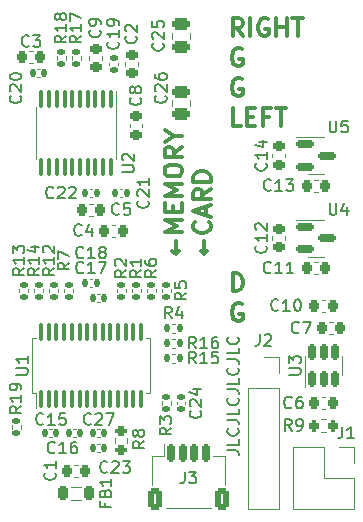
<source format=gto>
G04 #@! TF.GenerationSoftware,KiCad,Pcbnew,6.0.2+dfsg-1*
G04 #@! TF.CreationDate,2023-04-26T20:37:37-05:00*
G04 #@! TF.ProjectId,dac-attack,6461632d-6174-4746-9163-6b2e6b696361,2023a*
G04 #@! TF.SameCoordinates,Original*
G04 #@! TF.FileFunction,Legend,Top*
G04 #@! TF.FilePolarity,Positive*
%FSLAX46Y46*%
G04 Gerber Fmt 4.6, Leading zero omitted, Abs format (unit mm)*
G04 Created by KiCad (PCBNEW 6.0.2+dfsg-1) date 2023-04-26 20:37:37*
%MOMM*%
%LPD*%
G01*
G04 APERTURE LIST*
G04 Aperture macros list*
%AMRoundRect*
0 Rectangle with rounded corners*
0 $1 Rounding radius*
0 $2 $3 $4 $5 $6 $7 $8 $9 X,Y pos of 4 corners*
0 Add a 4 corners polygon primitive as box body*
4,1,4,$2,$3,$4,$5,$6,$7,$8,$9,$2,$3,0*
0 Add four circle primitives for the rounded corners*
1,1,$1+$1,$2,$3*
1,1,$1+$1,$4,$5*
1,1,$1+$1,$6,$7*
1,1,$1+$1,$8,$9*
0 Add four rect primitives between the rounded corners*
20,1,$1+$1,$2,$3,$4,$5,0*
20,1,$1+$1,$4,$5,$6,$7,0*
20,1,$1+$1,$6,$7,$8,$9,0*
20,1,$1+$1,$8,$9,$2,$3,0*%
G04 Aperture macros list end*
%ADD10C,0.150000*%
%ADD11C,0.300000*%
%ADD12C,0.120000*%
%ADD13RoundRect,0.135000X0.185000X-0.135000X0.185000X0.135000X-0.185000X0.135000X-0.185000X-0.135000X0*%
%ADD14RoundRect,0.140000X0.140000X0.170000X-0.140000X0.170000X-0.140000X-0.170000X0.140000X-0.170000X0*%
%ADD15RoundRect,0.200000X0.200000X0.275000X-0.200000X0.275000X-0.200000X-0.275000X0.200000X-0.275000X0*%
%ADD16RoundRect,0.135000X-0.135000X-0.185000X0.135000X-0.185000X0.135000X0.185000X-0.135000X0.185000X0*%
%ADD17RoundRect,0.225000X0.225000X0.250000X-0.225000X0.250000X-0.225000X-0.250000X0.225000X-0.250000X0*%
%ADD18RoundRect,0.225000X-0.225000X-0.250000X0.225000X-0.250000X0.225000X0.250000X-0.225000X0.250000X0*%
%ADD19RoundRect,0.140000X-0.140000X-0.170000X0.140000X-0.170000X0.140000X0.170000X-0.140000X0.170000X0*%
%ADD20RoundRect,0.225000X-0.250000X0.225000X-0.250000X-0.225000X0.250000X-0.225000X0.250000X0.225000X0*%
%ADD21RoundRect,0.150000X-0.150000X-0.625000X0.150000X-0.625000X0.150000X0.625000X-0.150000X0.625000X0*%
%ADD22RoundRect,0.250000X-0.350000X-0.650000X0.350000X-0.650000X0.350000X0.650000X-0.350000X0.650000X0*%
%ADD23RoundRect,0.100000X-0.100000X0.637500X-0.100000X-0.637500X0.100000X-0.637500X0.100000X0.637500X0*%
%ADD24RoundRect,0.225000X0.250000X-0.225000X0.250000X0.225000X-0.250000X0.225000X-0.250000X-0.225000X0*%
%ADD25RoundRect,0.140000X0.170000X-0.140000X0.170000X0.140000X-0.170000X0.140000X-0.170000X-0.140000X0*%
%ADD26RoundRect,0.150000X-0.587500X-0.150000X0.587500X-0.150000X0.587500X0.150000X-0.587500X0.150000X0*%
%ADD27R,1.700000X1.700000*%
%ADD28O,1.700000X1.700000*%
%ADD29RoundRect,0.135000X-0.185000X0.135000X-0.185000X-0.135000X0.185000X-0.135000X0.185000X0.135000X0*%
%ADD30RoundRect,0.200000X0.275000X-0.200000X0.275000X0.200000X-0.275000X0.200000X-0.275000X-0.200000X0*%
%ADD31RoundRect,0.218750X0.218750X0.381250X-0.218750X0.381250X-0.218750X-0.381250X0.218750X-0.381250X0*%
%ADD32RoundRect,0.150000X0.150000X-0.512500X0.150000X0.512500X-0.150000X0.512500X-0.150000X-0.512500X0*%
%ADD33RoundRect,0.250000X-0.475000X0.250000X-0.475000X-0.250000X0.475000X-0.250000X0.475000X0.250000X0*%
%ADD34RoundRect,0.135000X0.135000X0.185000X-0.135000X0.185000X-0.135000X-0.185000X0.135000X-0.185000X0*%
%ADD35RoundRect,0.100000X0.100000X-0.637500X0.100000X0.637500X-0.100000X0.637500X-0.100000X-0.637500X0*%
%ADD36RoundRect,0.250000X0.475000X-0.250000X0.475000X0.250000X-0.475000X0.250000X-0.475000X-0.250000X0*%
%ADD37C,1.854200*%
G04 APERTURE END LIST*
D10*
X92162380Y-110664047D02*
X92876666Y-110664047D01*
X93019523Y-110711666D01*
X93114761Y-110806904D01*
X93162380Y-110949761D01*
X93162380Y-111045000D01*
X93162380Y-109711666D02*
X93162380Y-110187857D01*
X92162380Y-110187857D01*
X93067142Y-108806904D02*
X93114761Y-108854523D01*
X93162380Y-108997380D01*
X93162380Y-109092619D01*
X93114761Y-109235476D01*
X93019523Y-109330714D01*
X92924285Y-109378333D01*
X92733809Y-109425952D01*
X92590952Y-109425952D01*
X92400476Y-109378333D01*
X92305238Y-109330714D01*
X92210000Y-109235476D01*
X92162380Y-109092619D01*
X92162380Y-108997380D01*
X92210000Y-108854523D01*
X92257619Y-108806904D01*
X92162380Y-108092619D02*
X92876666Y-108092619D01*
X93019523Y-108140238D01*
X93114761Y-108235476D01*
X93162380Y-108378333D01*
X93162380Y-108473571D01*
X93162380Y-107140238D02*
X93162380Y-107616428D01*
X92162380Y-107616428D01*
X93067142Y-106235476D02*
X93114761Y-106283095D01*
X93162380Y-106425952D01*
X93162380Y-106521190D01*
X93114761Y-106664047D01*
X93019523Y-106759285D01*
X92924285Y-106806904D01*
X92733809Y-106854523D01*
X92590952Y-106854523D01*
X92400476Y-106806904D01*
X92305238Y-106759285D01*
X92210000Y-106664047D01*
X92162380Y-106521190D01*
X92162380Y-106425952D01*
X92210000Y-106283095D01*
X92257619Y-106235476D01*
X92162380Y-105521190D02*
X92876666Y-105521190D01*
X93019523Y-105568809D01*
X93114761Y-105664047D01*
X93162380Y-105806904D01*
X93162380Y-105902142D01*
X93162380Y-104568809D02*
X93162380Y-105045000D01*
X92162380Y-105045000D01*
X93067142Y-103664047D02*
X93114761Y-103711666D01*
X93162380Y-103854523D01*
X93162380Y-103949761D01*
X93114761Y-104092619D01*
X93019523Y-104187857D01*
X92924285Y-104235476D01*
X92733809Y-104283095D01*
X92590952Y-104283095D01*
X92400476Y-104235476D01*
X92305238Y-104187857D01*
X92210000Y-104092619D01*
X92162380Y-103949761D01*
X92162380Y-103854523D01*
X92210000Y-103711666D01*
X92257619Y-103664047D01*
X92162380Y-102949761D02*
X92876666Y-102949761D01*
X93019523Y-102997380D01*
X93114761Y-103092619D01*
X93162380Y-103235476D01*
X93162380Y-103330714D01*
X93162380Y-101997380D02*
X93162380Y-102473571D01*
X92162380Y-102473571D01*
X93067142Y-101092619D02*
X93114761Y-101140238D01*
X93162380Y-101283095D01*
X93162380Y-101378333D01*
X93114761Y-101521190D01*
X93019523Y-101616428D01*
X92924285Y-101664047D01*
X92733809Y-101711666D01*
X92590952Y-101711666D01*
X92400476Y-101664047D01*
X92305238Y-101616428D01*
X92210000Y-101521190D01*
X92162380Y-101378333D01*
X92162380Y-101283095D01*
X92210000Y-101140238D01*
X92257619Y-101092619D01*
D11*
X87799642Y-92920000D02*
X87799642Y-94062857D01*
X88085357Y-93777142D02*
X87799642Y-94062857D01*
X87513928Y-93777142D01*
X88371071Y-92205714D02*
X86871071Y-92205714D01*
X87942500Y-91705714D01*
X86871071Y-91205714D01*
X88371071Y-91205714D01*
X87585357Y-90491428D02*
X87585357Y-89991428D01*
X88371071Y-89777142D02*
X88371071Y-90491428D01*
X86871071Y-90491428D01*
X86871071Y-89777142D01*
X88371071Y-89134285D02*
X86871071Y-89134285D01*
X87942500Y-88634285D01*
X86871071Y-88134285D01*
X88371071Y-88134285D01*
X86871071Y-87134285D02*
X86871071Y-86848571D01*
X86942500Y-86705714D01*
X87085357Y-86562857D01*
X87371071Y-86491428D01*
X87871071Y-86491428D01*
X88156785Y-86562857D01*
X88299642Y-86705714D01*
X88371071Y-86848571D01*
X88371071Y-87134285D01*
X88299642Y-87277142D01*
X88156785Y-87420000D01*
X87871071Y-87491428D01*
X87371071Y-87491428D01*
X87085357Y-87420000D01*
X86942500Y-87277142D01*
X86871071Y-87134285D01*
X88371071Y-84991428D02*
X87656785Y-85491428D01*
X88371071Y-85848571D02*
X86871071Y-85848571D01*
X86871071Y-85277142D01*
X86942500Y-85134285D01*
X87013928Y-85062857D01*
X87156785Y-84991428D01*
X87371071Y-84991428D01*
X87513928Y-85062857D01*
X87585357Y-85134285D01*
X87656785Y-85277142D01*
X87656785Y-85848571D01*
X87656785Y-84062857D02*
X88371071Y-84062857D01*
X86871071Y-84562857D02*
X87656785Y-84062857D01*
X86871071Y-83562857D01*
X90214642Y-92920000D02*
X90214642Y-94062857D01*
X90500357Y-93777142D02*
X90214642Y-94062857D01*
X89928928Y-93777142D01*
X90643214Y-91348571D02*
X90714642Y-91420000D01*
X90786071Y-91634285D01*
X90786071Y-91777142D01*
X90714642Y-91991428D01*
X90571785Y-92134285D01*
X90428928Y-92205714D01*
X90143214Y-92277142D01*
X89928928Y-92277142D01*
X89643214Y-92205714D01*
X89500357Y-92134285D01*
X89357500Y-91991428D01*
X89286071Y-91777142D01*
X89286071Y-91634285D01*
X89357500Y-91420000D01*
X89428928Y-91348571D01*
X90357500Y-90777142D02*
X90357500Y-90062857D01*
X90786071Y-90920000D02*
X89286071Y-90420000D01*
X90786071Y-89920000D01*
X90786071Y-88562857D02*
X90071785Y-89062857D01*
X90786071Y-89420000D02*
X89286071Y-89420000D01*
X89286071Y-88848571D01*
X89357500Y-88705714D01*
X89428928Y-88634285D01*
X89571785Y-88562857D01*
X89786071Y-88562857D01*
X89928928Y-88634285D01*
X90000357Y-88705714D01*
X90071785Y-88848571D01*
X90071785Y-89420000D01*
X90786071Y-87920000D02*
X89286071Y-87920000D01*
X89286071Y-87562857D01*
X89357500Y-87348571D01*
X89500357Y-87205714D01*
X89643214Y-87134285D01*
X89928928Y-87062857D01*
X90143214Y-87062857D01*
X90428928Y-87134285D01*
X90571785Y-87205714D01*
X90714642Y-87348571D01*
X90786071Y-87562857D01*
X90786071Y-87920000D01*
X93484285Y-75608571D02*
X92984285Y-74894285D01*
X92627142Y-75608571D02*
X92627142Y-74108571D01*
X93198571Y-74108571D01*
X93341428Y-74180000D01*
X93412857Y-74251428D01*
X93484285Y-74394285D01*
X93484285Y-74608571D01*
X93412857Y-74751428D01*
X93341428Y-74822857D01*
X93198571Y-74894285D01*
X92627142Y-74894285D01*
X94127142Y-75608571D02*
X94127142Y-74108571D01*
X95627142Y-74180000D02*
X95484285Y-74108571D01*
X95270000Y-74108571D01*
X95055714Y-74180000D01*
X94912857Y-74322857D01*
X94841428Y-74465714D01*
X94770000Y-74751428D01*
X94770000Y-74965714D01*
X94841428Y-75251428D01*
X94912857Y-75394285D01*
X95055714Y-75537142D01*
X95270000Y-75608571D01*
X95412857Y-75608571D01*
X95627142Y-75537142D01*
X95698571Y-75465714D01*
X95698571Y-74965714D01*
X95412857Y-74965714D01*
X96341428Y-75608571D02*
X96341428Y-74108571D01*
X96341428Y-74822857D02*
X97198571Y-74822857D01*
X97198571Y-75608571D02*
X97198571Y-74108571D01*
X97698571Y-74108571D02*
X98555714Y-74108571D01*
X98127142Y-75608571D02*
X98127142Y-74108571D01*
X93412857Y-76720000D02*
X93270000Y-76648571D01*
X93055714Y-76648571D01*
X92841428Y-76720000D01*
X92698571Y-76862857D01*
X92627142Y-77005714D01*
X92555714Y-77291428D01*
X92555714Y-77505714D01*
X92627142Y-77791428D01*
X92698571Y-77934285D01*
X92841428Y-78077142D01*
X93055714Y-78148571D01*
X93198571Y-78148571D01*
X93412857Y-78077142D01*
X93484285Y-78005714D01*
X93484285Y-77505714D01*
X93198571Y-77505714D01*
X93341428Y-83228571D02*
X92627142Y-83228571D01*
X92627142Y-81728571D01*
X93841428Y-82442857D02*
X94341428Y-82442857D01*
X94555714Y-83228571D02*
X93841428Y-83228571D01*
X93841428Y-81728571D01*
X94555714Y-81728571D01*
X95698571Y-82442857D02*
X95198571Y-82442857D01*
X95198571Y-83228571D02*
X95198571Y-81728571D01*
X95912857Y-81728571D01*
X96270000Y-81728571D02*
X97127142Y-81728571D01*
X96698571Y-83228571D02*
X96698571Y-81728571D01*
X93412857Y-79260000D02*
X93270000Y-79188571D01*
X93055714Y-79188571D01*
X92841428Y-79260000D01*
X92698571Y-79402857D01*
X92627142Y-79545714D01*
X92555714Y-79831428D01*
X92555714Y-80045714D01*
X92627142Y-80331428D01*
X92698571Y-80474285D01*
X92841428Y-80617142D01*
X93055714Y-80688571D01*
X93198571Y-80688571D01*
X93412857Y-80617142D01*
X93484285Y-80545714D01*
X93484285Y-80045714D01*
X93198571Y-80045714D01*
X93412857Y-98310000D02*
X93270000Y-98238571D01*
X93055714Y-98238571D01*
X92841428Y-98310000D01*
X92698571Y-98452857D01*
X92627142Y-98595714D01*
X92555714Y-98881428D01*
X92555714Y-99095714D01*
X92627142Y-99381428D01*
X92698571Y-99524285D01*
X92841428Y-99667142D01*
X93055714Y-99738571D01*
X93198571Y-99738571D01*
X93412857Y-99667142D01*
X93484285Y-99595714D01*
X93484285Y-99095714D01*
X93198571Y-99095714D01*
X92627142Y-97198571D02*
X92627142Y-95698571D01*
X92984285Y-95698571D01*
X93198571Y-95770000D01*
X93341428Y-95912857D01*
X93412857Y-96055714D01*
X93484285Y-96341428D01*
X93484285Y-96555714D01*
X93412857Y-96841428D01*
X93341428Y-96984285D01*
X93198571Y-97127142D01*
X92984285Y-97198571D01*
X92627142Y-97198571D01*
D10*
X88717380Y-97321666D02*
X88241190Y-97655000D01*
X88717380Y-97893095D02*
X87717380Y-97893095D01*
X87717380Y-97512142D01*
X87765000Y-97416904D01*
X87812619Y-97369285D01*
X87907857Y-97321666D01*
X88050714Y-97321666D01*
X88145952Y-97369285D01*
X88193571Y-97416904D01*
X88241190Y-97512142D01*
X88241190Y-97893095D01*
X87717380Y-96416904D02*
X87717380Y-96893095D01*
X88193571Y-96940714D01*
X88145952Y-96893095D01*
X88098333Y-96797857D01*
X88098333Y-96559761D01*
X88145952Y-96464523D01*
X88193571Y-96416904D01*
X88288809Y-96369285D01*
X88526904Y-96369285D01*
X88622142Y-96416904D01*
X88669761Y-96464523D01*
X88717380Y-96559761D01*
X88717380Y-96797857D01*
X88669761Y-96893095D01*
X88622142Y-96940714D01*
X80002142Y-95607142D02*
X79954523Y-95654761D01*
X79811666Y-95702380D01*
X79716428Y-95702380D01*
X79573571Y-95654761D01*
X79478333Y-95559523D01*
X79430714Y-95464285D01*
X79383095Y-95273809D01*
X79383095Y-95130952D01*
X79430714Y-94940476D01*
X79478333Y-94845238D01*
X79573571Y-94750000D01*
X79716428Y-94702380D01*
X79811666Y-94702380D01*
X79954523Y-94750000D01*
X80002142Y-94797619D01*
X80954523Y-95702380D02*
X80383095Y-95702380D01*
X80668809Y-95702380D02*
X80668809Y-94702380D01*
X80573571Y-94845238D01*
X80478333Y-94940476D01*
X80383095Y-94988095D01*
X81287857Y-94702380D02*
X81954523Y-94702380D01*
X81525952Y-95702380D01*
X97623333Y-109037380D02*
X97290000Y-108561190D01*
X97051904Y-109037380D02*
X97051904Y-108037380D01*
X97432857Y-108037380D01*
X97528095Y-108085000D01*
X97575714Y-108132619D01*
X97623333Y-108227857D01*
X97623333Y-108370714D01*
X97575714Y-108465952D01*
X97528095Y-108513571D01*
X97432857Y-108561190D01*
X97051904Y-108561190D01*
X98099523Y-109037380D02*
X98290000Y-109037380D01*
X98385238Y-108989761D01*
X98432857Y-108942142D01*
X98528095Y-108799285D01*
X98575714Y-108608809D01*
X98575714Y-108227857D01*
X98528095Y-108132619D01*
X98480476Y-108085000D01*
X98385238Y-108037380D01*
X98194761Y-108037380D01*
X98099523Y-108085000D01*
X98051904Y-108132619D01*
X98004285Y-108227857D01*
X98004285Y-108465952D01*
X98051904Y-108561190D01*
X98099523Y-108608809D01*
X98194761Y-108656428D01*
X98385238Y-108656428D01*
X98480476Y-108608809D01*
X98528095Y-108561190D01*
X98575714Y-108465952D01*
X89527142Y-102052380D02*
X89193809Y-101576190D01*
X88955714Y-102052380D02*
X88955714Y-101052380D01*
X89336666Y-101052380D01*
X89431904Y-101100000D01*
X89479523Y-101147619D01*
X89527142Y-101242857D01*
X89527142Y-101385714D01*
X89479523Y-101480952D01*
X89431904Y-101528571D01*
X89336666Y-101576190D01*
X88955714Y-101576190D01*
X90479523Y-102052380D02*
X89908095Y-102052380D01*
X90193809Y-102052380D02*
X90193809Y-101052380D01*
X90098571Y-101195238D01*
X90003333Y-101290476D01*
X89908095Y-101338095D01*
X91336666Y-101052380D02*
X91146190Y-101052380D01*
X91050952Y-101100000D01*
X91003333Y-101147619D01*
X90908095Y-101290476D01*
X90860476Y-101480952D01*
X90860476Y-101861904D01*
X90908095Y-101957142D01*
X90955714Y-102004761D01*
X91050952Y-102052380D01*
X91241428Y-102052380D01*
X91336666Y-102004761D01*
X91384285Y-101957142D01*
X91431904Y-101861904D01*
X91431904Y-101623809D01*
X91384285Y-101528571D01*
X91336666Y-101480952D01*
X91241428Y-101433333D01*
X91050952Y-101433333D01*
X90955714Y-101480952D01*
X90908095Y-101528571D01*
X90860476Y-101623809D01*
X95877142Y-95607142D02*
X95829523Y-95654761D01*
X95686666Y-95702380D01*
X95591428Y-95702380D01*
X95448571Y-95654761D01*
X95353333Y-95559523D01*
X95305714Y-95464285D01*
X95258095Y-95273809D01*
X95258095Y-95130952D01*
X95305714Y-94940476D01*
X95353333Y-94845238D01*
X95448571Y-94750000D01*
X95591428Y-94702380D01*
X95686666Y-94702380D01*
X95829523Y-94750000D01*
X95877142Y-94797619D01*
X96829523Y-95702380D02*
X96258095Y-95702380D01*
X96543809Y-95702380D02*
X96543809Y-94702380D01*
X96448571Y-94845238D01*
X96353333Y-94940476D01*
X96258095Y-94988095D01*
X97781904Y-95702380D02*
X97210476Y-95702380D01*
X97496190Y-95702380D02*
X97496190Y-94702380D01*
X97400952Y-94845238D01*
X97305714Y-94940476D01*
X97210476Y-94988095D01*
X95877142Y-88622142D02*
X95829523Y-88669761D01*
X95686666Y-88717380D01*
X95591428Y-88717380D01*
X95448571Y-88669761D01*
X95353333Y-88574523D01*
X95305714Y-88479285D01*
X95258095Y-88288809D01*
X95258095Y-88145952D01*
X95305714Y-87955476D01*
X95353333Y-87860238D01*
X95448571Y-87765000D01*
X95591428Y-87717380D01*
X95686666Y-87717380D01*
X95829523Y-87765000D01*
X95877142Y-87812619D01*
X96829523Y-88717380D02*
X96258095Y-88717380D01*
X96543809Y-88717380D02*
X96543809Y-87717380D01*
X96448571Y-87860238D01*
X96353333Y-87955476D01*
X96258095Y-88003095D01*
X97162857Y-87717380D02*
X97781904Y-87717380D01*
X97448571Y-88098333D01*
X97591428Y-88098333D01*
X97686666Y-88145952D01*
X97734285Y-88193571D01*
X97781904Y-88288809D01*
X97781904Y-88526904D01*
X97734285Y-88622142D01*
X97686666Y-88669761D01*
X97591428Y-88717380D01*
X97305714Y-88717380D01*
X97210476Y-88669761D01*
X97162857Y-88622142D01*
X82034142Y-112498142D02*
X81986523Y-112545761D01*
X81843666Y-112593380D01*
X81748428Y-112593380D01*
X81605571Y-112545761D01*
X81510333Y-112450523D01*
X81462714Y-112355285D01*
X81415095Y-112164809D01*
X81415095Y-112021952D01*
X81462714Y-111831476D01*
X81510333Y-111736238D01*
X81605571Y-111641000D01*
X81748428Y-111593380D01*
X81843666Y-111593380D01*
X81986523Y-111641000D01*
X82034142Y-111688619D01*
X82415095Y-111688619D02*
X82462714Y-111641000D01*
X82557952Y-111593380D01*
X82796047Y-111593380D01*
X82891285Y-111641000D01*
X82938904Y-111688619D01*
X82986523Y-111783857D01*
X82986523Y-111879095D01*
X82938904Y-112021952D01*
X82367476Y-112593380D01*
X82986523Y-112593380D01*
X83319857Y-111593380D02*
X83938904Y-111593380D01*
X83605571Y-111974333D01*
X83748428Y-111974333D01*
X83843666Y-112021952D01*
X83891285Y-112069571D01*
X83938904Y-112164809D01*
X83938904Y-112402904D01*
X83891285Y-112498142D01*
X83843666Y-112545761D01*
X83748428Y-112593380D01*
X83462714Y-112593380D01*
X83367476Y-112545761D01*
X83319857Y-112498142D01*
X83018333Y-90654142D02*
X82970714Y-90701761D01*
X82827857Y-90749380D01*
X82732619Y-90749380D01*
X82589761Y-90701761D01*
X82494523Y-90606523D01*
X82446904Y-90511285D01*
X82399285Y-90320809D01*
X82399285Y-90177952D01*
X82446904Y-89987476D01*
X82494523Y-89892238D01*
X82589761Y-89797000D01*
X82732619Y-89749380D01*
X82827857Y-89749380D01*
X82970714Y-89797000D01*
X83018333Y-89844619D01*
X83923095Y-89749380D02*
X83446904Y-89749380D01*
X83399285Y-90225571D01*
X83446904Y-90177952D01*
X83542142Y-90130333D01*
X83780238Y-90130333D01*
X83875476Y-90177952D01*
X83923095Y-90225571D01*
X83970714Y-90320809D01*
X83970714Y-90558904D01*
X83923095Y-90654142D01*
X83875476Y-90701761D01*
X83780238Y-90749380D01*
X83542142Y-90749380D01*
X83446904Y-90701761D01*
X83399285Y-90654142D01*
X75001380Y-95257857D02*
X74525190Y-95591190D01*
X75001380Y-95829285D02*
X74001380Y-95829285D01*
X74001380Y-95448333D01*
X74049000Y-95353095D01*
X74096619Y-95305476D01*
X74191857Y-95257857D01*
X74334714Y-95257857D01*
X74429952Y-95305476D01*
X74477571Y-95353095D01*
X74525190Y-95448333D01*
X74525190Y-95829285D01*
X75001380Y-94305476D02*
X75001380Y-94876904D01*
X75001380Y-94591190D02*
X74001380Y-94591190D01*
X74144238Y-94686428D01*
X74239476Y-94781666D01*
X74287095Y-94876904D01*
X74001380Y-93972142D02*
X74001380Y-93353095D01*
X74382333Y-93686428D01*
X74382333Y-93543571D01*
X74429952Y-93448333D01*
X74477571Y-93400714D01*
X74572809Y-93353095D01*
X74810904Y-93353095D01*
X74906142Y-93400714D01*
X74953761Y-93448333D01*
X75001380Y-93543571D01*
X75001380Y-93829285D01*
X74953761Y-93924523D01*
X74906142Y-93972142D01*
X84907380Y-95416666D02*
X84431190Y-95750000D01*
X84907380Y-95988095D02*
X83907380Y-95988095D01*
X83907380Y-95607142D01*
X83955000Y-95511904D01*
X84002619Y-95464285D01*
X84097857Y-95416666D01*
X84240714Y-95416666D01*
X84335952Y-95464285D01*
X84383571Y-95511904D01*
X84431190Y-95607142D01*
X84431190Y-95988095D01*
X84907380Y-94464285D02*
X84907380Y-95035714D01*
X84907380Y-94750000D02*
X83907380Y-94750000D01*
X84050238Y-94845238D01*
X84145476Y-94940476D01*
X84193095Y-95035714D01*
X78557380Y-75572857D02*
X78081190Y-75906190D01*
X78557380Y-76144285D02*
X77557380Y-76144285D01*
X77557380Y-75763333D01*
X77605000Y-75668095D01*
X77652619Y-75620476D01*
X77747857Y-75572857D01*
X77890714Y-75572857D01*
X77985952Y-75620476D01*
X78033571Y-75668095D01*
X78081190Y-75763333D01*
X78081190Y-76144285D01*
X78557380Y-74620476D02*
X78557380Y-75191904D01*
X78557380Y-74906190D02*
X77557380Y-74906190D01*
X77700238Y-75001428D01*
X77795476Y-75096666D01*
X77843095Y-75191904D01*
X77985952Y-74049047D02*
X77938333Y-74144285D01*
X77890714Y-74191904D01*
X77795476Y-74239523D01*
X77747857Y-74239523D01*
X77652619Y-74191904D01*
X77605000Y-74144285D01*
X77557380Y-74049047D01*
X77557380Y-73858571D01*
X77605000Y-73763333D01*
X77652619Y-73715714D01*
X77747857Y-73668095D01*
X77795476Y-73668095D01*
X77890714Y-73715714D01*
X77938333Y-73763333D01*
X77985952Y-73858571D01*
X77985952Y-74049047D01*
X78033571Y-74144285D01*
X78081190Y-74191904D01*
X78176428Y-74239523D01*
X78366904Y-74239523D01*
X78462142Y-74191904D01*
X78509761Y-74144285D01*
X78557380Y-74049047D01*
X78557380Y-73858571D01*
X78509761Y-73763333D01*
X78462142Y-73715714D01*
X78366904Y-73668095D01*
X78176428Y-73668095D01*
X78081190Y-73715714D01*
X78033571Y-73763333D01*
X77985952Y-73858571D01*
X77462142Y-89257142D02*
X77414523Y-89304761D01*
X77271666Y-89352380D01*
X77176428Y-89352380D01*
X77033571Y-89304761D01*
X76938333Y-89209523D01*
X76890714Y-89114285D01*
X76843095Y-88923809D01*
X76843095Y-88780952D01*
X76890714Y-88590476D01*
X76938333Y-88495238D01*
X77033571Y-88400000D01*
X77176428Y-88352380D01*
X77271666Y-88352380D01*
X77414523Y-88400000D01*
X77462142Y-88447619D01*
X77843095Y-88447619D02*
X77890714Y-88400000D01*
X77985952Y-88352380D01*
X78224047Y-88352380D01*
X78319285Y-88400000D01*
X78366904Y-88447619D01*
X78414523Y-88542857D01*
X78414523Y-88638095D01*
X78366904Y-88780952D01*
X77795476Y-89352380D01*
X78414523Y-89352380D01*
X78795476Y-88447619D02*
X78843095Y-88400000D01*
X78938333Y-88352380D01*
X79176428Y-88352380D01*
X79271666Y-88400000D01*
X79319285Y-88447619D01*
X79366904Y-88542857D01*
X79366904Y-88638095D01*
X79319285Y-88780952D01*
X78747857Y-89352380D01*
X79366904Y-89352380D01*
X84812142Y-80811666D02*
X84859761Y-80859285D01*
X84907380Y-81002142D01*
X84907380Y-81097380D01*
X84859761Y-81240238D01*
X84764523Y-81335476D01*
X84669285Y-81383095D01*
X84478809Y-81430714D01*
X84335952Y-81430714D01*
X84145476Y-81383095D01*
X84050238Y-81335476D01*
X83955000Y-81240238D01*
X83907380Y-81097380D01*
X83907380Y-81002142D01*
X83955000Y-80859285D01*
X84002619Y-80811666D01*
X84335952Y-80240238D02*
X84288333Y-80335476D01*
X84240714Y-80383095D01*
X84145476Y-80430714D01*
X84097857Y-80430714D01*
X84002619Y-80383095D01*
X83955000Y-80335476D01*
X83907380Y-80240238D01*
X83907380Y-80049761D01*
X83955000Y-79954523D01*
X84002619Y-79906904D01*
X84097857Y-79859285D01*
X84145476Y-79859285D01*
X84240714Y-79906904D01*
X84288333Y-79954523D01*
X84335952Y-80049761D01*
X84335952Y-80240238D01*
X84383571Y-80335476D01*
X84431190Y-80383095D01*
X84526428Y-80430714D01*
X84716904Y-80430714D01*
X84812142Y-80383095D01*
X84859761Y-80335476D01*
X84907380Y-80240238D01*
X84907380Y-80049761D01*
X84859761Y-79954523D01*
X84812142Y-79906904D01*
X84716904Y-79859285D01*
X84526428Y-79859285D01*
X84431190Y-79906904D01*
X84383571Y-79954523D01*
X84335952Y-80049761D01*
X87447380Y-108751666D02*
X86971190Y-109085000D01*
X87447380Y-109323095D02*
X86447380Y-109323095D01*
X86447380Y-108942142D01*
X86495000Y-108846904D01*
X86542619Y-108799285D01*
X86637857Y-108751666D01*
X86780714Y-108751666D01*
X86875952Y-108799285D01*
X86923571Y-108846904D01*
X86971190Y-108942142D01*
X86971190Y-109323095D01*
X86447380Y-108418333D02*
X86447380Y-107799285D01*
X86828333Y-108132619D01*
X86828333Y-107989761D01*
X86875952Y-107894523D01*
X86923571Y-107846904D01*
X87018809Y-107799285D01*
X87256904Y-107799285D01*
X87352142Y-107846904D01*
X87399761Y-107894523D01*
X87447380Y-107989761D01*
X87447380Y-108275476D01*
X87399761Y-108370714D01*
X87352142Y-108418333D01*
X98258333Y-100687142D02*
X98210714Y-100734761D01*
X98067857Y-100782380D01*
X97972619Y-100782380D01*
X97829761Y-100734761D01*
X97734523Y-100639523D01*
X97686904Y-100544285D01*
X97639285Y-100353809D01*
X97639285Y-100210952D01*
X97686904Y-100020476D01*
X97734523Y-99925238D01*
X97829761Y-99830000D01*
X97972619Y-99782380D01*
X98067857Y-99782380D01*
X98210714Y-99830000D01*
X98258333Y-99877619D01*
X98591666Y-99782380D02*
X99258333Y-99782380D01*
X98829761Y-100782380D01*
X88566666Y-112482380D02*
X88566666Y-113196666D01*
X88519047Y-113339523D01*
X88423809Y-113434761D01*
X88280952Y-113482380D01*
X88185714Y-113482380D01*
X88947619Y-112482380D02*
X89566666Y-112482380D01*
X89233333Y-112863333D01*
X89376190Y-112863333D01*
X89471428Y-112910952D01*
X89519047Y-112958571D01*
X89566666Y-113053809D01*
X89566666Y-113291904D01*
X89519047Y-113387142D01*
X89471428Y-113434761D01*
X89376190Y-113482380D01*
X89090476Y-113482380D01*
X88995238Y-113434761D01*
X88947619Y-113387142D01*
X80002142Y-94337142D02*
X79954523Y-94384761D01*
X79811666Y-94432380D01*
X79716428Y-94432380D01*
X79573571Y-94384761D01*
X79478333Y-94289523D01*
X79430714Y-94194285D01*
X79383095Y-94003809D01*
X79383095Y-93860952D01*
X79430714Y-93670476D01*
X79478333Y-93575238D01*
X79573571Y-93480000D01*
X79716428Y-93432380D01*
X79811666Y-93432380D01*
X79954523Y-93480000D01*
X80002142Y-93527619D01*
X80954523Y-94432380D02*
X80383095Y-94432380D01*
X80668809Y-94432380D02*
X80668809Y-93432380D01*
X80573571Y-93575238D01*
X80478333Y-93670476D01*
X80383095Y-93718095D01*
X81525952Y-93860952D02*
X81430714Y-93813333D01*
X81383095Y-93765714D01*
X81335476Y-93670476D01*
X81335476Y-93622857D01*
X81383095Y-93527619D01*
X81430714Y-93480000D01*
X81525952Y-93432380D01*
X81716428Y-93432380D01*
X81811666Y-93480000D01*
X81859285Y-93527619D01*
X81906904Y-93622857D01*
X81906904Y-93670476D01*
X81859285Y-93765714D01*
X81811666Y-93813333D01*
X81716428Y-93860952D01*
X81525952Y-93860952D01*
X81430714Y-93908571D01*
X81383095Y-93956190D01*
X81335476Y-94051428D01*
X81335476Y-94241904D01*
X81383095Y-94337142D01*
X81430714Y-94384761D01*
X81525952Y-94432380D01*
X81716428Y-94432380D01*
X81811666Y-94384761D01*
X81859285Y-94337142D01*
X81906904Y-94241904D01*
X81906904Y-94051428D01*
X81859285Y-93956190D01*
X81811666Y-93908571D01*
X81716428Y-93860952D01*
X83272380Y-87121904D02*
X84081904Y-87121904D01*
X84177142Y-87074285D01*
X84224761Y-87026666D01*
X84272380Y-86931428D01*
X84272380Y-86740952D01*
X84224761Y-86645714D01*
X84177142Y-86598095D01*
X84081904Y-86550476D01*
X83272380Y-86550476D01*
X83367619Y-86121904D02*
X83320000Y-86074285D01*
X83272380Y-85979047D01*
X83272380Y-85740952D01*
X83320000Y-85645714D01*
X83367619Y-85598095D01*
X83462857Y-85550476D01*
X83558095Y-85550476D01*
X83700952Y-85598095D01*
X84272380Y-86169523D01*
X84272380Y-85550476D01*
X77573142Y-112561666D02*
X77620761Y-112609285D01*
X77668380Y-112752142D01*
X77668380Y-112847380D01*
X77620761Y-112990238D01*
X77525523Y-113085476D01*
X77430285Y-113133095D01*
X77239809Y-113180714D01*
X77096952Y-113180714D01*
X76906476Y-113133095D01*
X76811238Y-113085476D01*
X76716000Y-112990238D01*
X76668380Y-112847380D01*
X76668380Y-112752142D01*
X76716000Y-112609285D01*
X76763619Y-112561666D01*
X77668380Y-111609285D02*
X77668380Y-112180714D01*
X77668380Y-111895000D02*
X76668380Y-111895000D01*
X76811238Y-111990238D01*
X76906476Y-112085476D01*
X76954095Y-112180714D01*
X95447142Y-93352857D02*
X95494761Y-93400476D01*
X95542380Y-93543333D01*
X95542380Y-93638571D01*
X95494761Y-93781428D01*
X95399523Y-93876666D01*
X95304285Y-93924285D01*
X95113809Y-93971904D01*
X94970952Y-93971904D01*
X94780476Y-93924285D01*
X94685238Y-93876666D01*
X94590000Y-93781428D01*
X94542380Y-93638571D01*
X94542380Y-93543333D01*
X94590000Y-93400476D01*
X94637619Y-93352857D01*
X95542380Y-92400476D02*
X95542380Y-92971904D01*
X95542380Y-92686190D02*
X94542380Y-92686190D01*
X94685238Y-92781428D01*
X94780476Y-92876666D01*
X94828095Y-92971904D01*
X94637619Y-92019523D02*
X94590000Y-91971904D01*
X94542380Y-91876666D01*
X94542380Y-91638571D01*
X94590000Y-91543333D01*
X94637619Y-91495714D01*
X94732857Y-91448095D01*
X94828095Y-91448095D01*
X94970952Y-91495714D01*
X95542380Y-92067142D01*
X95542380Y-91448095D01*
X82907142Y-76067857D02*
X82954761Y-76115476D01*
X83002380Y-76258333D01*
X83002380Y-76353571D01*
X82954761Y-76496428D01*
X82859523Y-76591666D01*
X82764285Y-76639285D01*
X82573809Y-76686904D01*
X82430952Y-76686904D01*
X82240476Y-76639285D01*
X82145238Y-76591666D01*
X82050000Y-76496428D01*
X82002380Y-76353571D01*
X82002380Y-76258333D01*
X82050000Y-76115476D01*
X82097619Y-76067857D01*
X83002380Y-75115476D02*
X83002380Y-75686904D01*
X83002380Y-75401190D02*
X82002380Y-75401190D01*
X82145238Y-75496428D01*
X82240476Y-75591666D01*
X82288095Y-75686904D01*
X83002380Y-74639285D02*
X83002380Y-74448809D01*
X82954761Y-74353571D01*
X82907142Y-74305952D01*
X82764285Y-74210714D01*
X82573809Y-74163095D01*
X82192857Y-74163095D01*
X82097619Y-74210714D01*
X82050000Y-74258333D01*
X82002380Y-74353571D01*
X82002380Y-74544047D01*
X82050000Y-74639285D01*
X82097619Y-74686904D01*
X82192857Y-74734523D01*
X82430952Y-74734523D01*
X82526190Y-74686904D01*
X82573809Y-74639285D01*
X82621428Y-74544047D01*
X82621428Y-74353571D01*
X82573809Y-74258333D01*
X82526190Y-74210714D01*
X82430952Y-74163095D01*
X100838095Y-82764380D02*
X100838095Y-83573904D01*
X100885714Y-83669142D01*
X100933333Y-83716761D01*
X101028571Y-83764380D01*
X101219047Y-83764380D01*
X101314285Y-83716761D01*
X101361904Y-83669142D01*
X101409523Y-83573904D01*
X101409523Y-82764380D01*
X102361904Y-82764380D02*
X101885714Y-82764380D01*
X101838095Y-83240571D01*
X101885714Y-83192952D01*
X101980952Y-83145333D01*
X102219047Y-83145333D01*
X102314285Y-83192952D01*
X102361904Y-83240571D01*
X102409523Y-83335809D01*
X102409523Y-83573904D01*
X102361904Y-83669142D01*
X102314285Y-83716761D01*
X102219047Y-83764380D01*
X101980952Y-83764380D01*
X101885714Y-83716761D01*
X101838095Y-83669142D01*
X94916666Y-100822380D02*
X94916666Y-101536666D01*
X94869047Y-101679523D01*
X94773809Y-101774761D01*
X94630952Y-101822380D01*
X94535714Y-101822380D01*
X95345238Y-100917619D02*
X95392857Y-100870000D01*
X95488095Y-100822380D01*
X95726190Y-100822380D01*
X95821428Y-100870000D01*
X95869047Y-100917619D01*
X95916666Y-101012857D01*
X95916666Y-101108095D01*
X95869047Y-101250952D01*
X95297619Y-101822380D01*
X95916666Y-101822380D01*
X78811380Y-94781666D02*
X78335190Y-95115000D01*
X78811380Y-95353095D02*
X77811380Y-95353095D01*
X77811380Y-94972142D01*
X77859000Y-94876904D01*
X77906619Y-94829285D01*
X78001857Y-94781666D01*
X78144714Y-94781666D01*
X78239952Y-94829285D01*
X78287571Y-94876904D01*
X78335190Y-94972142D01*
X78335190Y-95353095D01*
X77811380Y-94448333D02*
X77811380Y-93781666D01*
X78811380Y-94210238D01*
X101901666Y-108672380D02*
X101901666Y-109386666D01*
X101854047Y-109529523D01*
X101758809Y-109624761D01*
X101615952Y-109672380D01*
X101520714Y-109672380D01*
X102901666Y-109672380D02*
X102330238Y-109672380D01*
X102615952Y-109672380D02*
X102615952Y-108672380D01*
X102520714Y-108815238D01*
X102425476Y-108910476D01*
X102330238Y-108958095D01*
X75398333Y-76430142D02*
X75350714Y-76477761D01*
X75207857Y-76525380D01*
X75112619Y-76525380D01*
X74969761Y-76477761D01*
X74874523Y-76382523D01*
X74826904Y-76287285D01*
X74779285Y-76096809D01*
X74779285Y-75953952D01*
X74826904Y-75763476D01*
X74874523Y-75668238D01*
X74969761Y-75573000D01*
X75112619Y-75525380D01*
X75207857Y-75525380D01*
X75350714Y-75573000D01*
X75398333Y-75620619D01*
X75731666Y-75525380D02*
X76350714Y-75525380D01*
X76017380Y-75906333D01*
X76160238Y-75906333D01*
X76255476Y-75953952D01*
X76303095Y-76001571D01*
X76350714Y-76096809D01*
X76350714Y-76334904D01*
X76303095Y-76430142D01*
X76255476Y-76477761D01*
X76160238Y-76525380D01*
X75874523Y-76525380D01*
X75779285Y-76477761D01*
X75731666Y-76430142D01*
X85161380Y-109894666D02*
X84685190Y-110228000D01*
X85161380Y-110466095D02*
X84161380Y-110466095D01*
X84161380Y-110085142D01*
X84209000Y-109989904D01*
X84256619Y-109942285D01*
X84351857Y-109894666D01*
X84494714Y-109894666D01*
X84589952Y-109942285D01*
X84637571Y-109989904D01*
X84685190Y-110085142D01*
X84685190Y-110466095D01*
X84589952Y-109323238D02*
X84542333Y-109418476D01*
X84494714Y-109466095D01*
X84399476Y-109513714D01*
X84351857Y-109513714D01*
X84256619Y-109466095D01*
X84209000Y-109418476D01*
X84161380Y-109323238D01*
X84161380Y-109132761D01*
X84209000Y-109037523D01*
X84256619Y-108989904D01*
X84351857Y-108942285D01*
X84399476Y-108942285D01*
X84494714Y-108989904D01*
X84542333Y-109037523D01*
X84589952Y-109132761D01*
X84589952Y-109323238D01*
X84637571Y-109418476D01*
X84685190Y-109466095D01*
X84780428Y-109513714D01*
X84970904Y-109513714D01*
X85066142Y-109466095D01*
X85113761Y-109418476D01*
X85161380Y-109323238D01*
X85161380Y-109132761D01*
X85113761Y-109037523D01*
X85066142Y-108989904D01*
X84970904Y-108942285D01*
X84780428Y-108942285D01*
X84685190Y-108989904D01*
X84637571Y-109037523D01*
X84589952Y-109132761D01*
X84431142Y-75591666D02*
X84478761Y-75639285D01*
X84526380Y-75782142D01*
X84526380Y-75877380D01*
X84478761Y-76020238D01*
X84383523Y-76115476D01*
X84288285Y-76163095D01*
X84097809Y-76210714D01*
X83954952Y-76210714D01*
X83764476Y-76163095D01*
X83669238Y-76115476D01*
X83574000Y-76020238D01*
X83526380Y-75877380D01*
X83526380Y-75782142D01*
X83574000Y-75639285D01*
X83621619Y-75591666D01*
X83621619Y-75210714D02*
X83574000Y-75163095D01*
X83526380Y-75067857D01*
X83526380Y-74829761D01*
X83574000Y-74734523D01*
X83621619Y-74686904D01*
X83716857Y-74639285D01*
X83812095Y-74639285D01*
X83954952Y-74686904D01*
X84526380Y-75258333D01*
X84526380Y-74639285D01*
X81843571Y-115133333D02*
X81843571Y-115466666D01*
X82367380Y-115466666D02*
X81367380Y-115466666D01*
X81367380Y-114990476D01*
X81843571Y-114276190D02*
X81891190Y-114133333D01*
X81938809Y-114085714D01*
X82034047Y-114038095D01*
X82176904Y-114038095D01*
X82272142Y-114085714D01*
X82319761Y-114133333D01*
X82367380Y-114228571D01*
X82367380Y-114609523D01*
X81367380Y-114609523D01*
X81367380Y-114276190D01*
X81415000Y-114180952D01*
X81462619Y-114133333D01*
X81557857Y-114085714D01*
X81653095Y-114085714D01*
X81748333Y-114133333D01*
X81795952Y-114180952D01*
X81843571Y-114276190D01*
X81843571Y-114609523D01*
X82367380Y-113085714D02*
X82367380Y-113657142D01*
X82367380Y-113371428D02*
X81367380Y-113371428D01*
X81510238Y-113466666D01*
X81605476Y-113561904D01*
X81653095Y-113657142D01*
X86177380Y-95416666D02*
X85701190Y-95750000D01*
X86177380Y-95988095D02*
X85177380Y-95988095D01*
X85177380Y-95607142D01*
X85225000Y-95511904D01*
X85272619Y-95464285D01*
X85367857Y-95416666D01*
X85510714Y-95416666D01*
X85605952Y-95464285D01*
X85653571Y-95511904D01*
X85701190Y-95607142D01*
X85701190Y-95988095D01*
X85177380Y-94559523D02*
X85177380Y-94750000D01*
X85225000Y-94845238D01*
X85272619Y-94892857D01*
X85415476Y-94988095D01*
X85605952Y-95035714D01*
X85986904Y-95035714D01*
X86082142Y-94988095D01*
X86129761Y-94940476D01*
X86177380Y-94845238D01*
X86177380Y-94654761D01*
X86129761Y-94559523D01*
X86082142Y-94511904D01*
X85986904Y-94464285D01*
X85748809Y-94464285D01*
X85653571Y-94511904D01*
X85605952Y-94559523D01*
X85558333Y-94654761D01*
X85558333Y-94845238D01*
X85605952Y-94940476D01*
X85653571Y-94988095D01*
X85748809Y-95035714D01*
X89892142Y-107322857D02*
X89939761Y-107370476D01*
X89987380Y-107513333D01*
X89987380Y-107608571D01*
X89939761Y-107751428D01*
X89844523Y-107846666D01*
X89749285Y-107894285D01*
X89558809Y-107941904D01*
X89415952Y-107941904D01*
X89225476Y-107894285D01*
X89130238Y-107846666D01*
X89035000Y-107751428D01*
X88987380Y-107608571D01*
X88987380Y-107513333D01*
X89035000Y-107370476D01*
X89082619Y-107322857D01*
X89082619Y-106941904D02*
X89035000Y-106894285D01*
X88987380Y-106799047D01*
X88987380Y-106560952D01*
X89035000Y-106465714D01*
X89082619Y-106418095D01*
X89177857Y-106370476D01*
X89273095Y-106370476D01*
X89415952Y-106418095D01*
X89987380Y-106989523D01*
X89987380Y-106370476D01*
X89320714Y-105513333D02*
X89987380Y-105513333D01*
X88939761Y-105751428D02*
X89654047Y-105989523D01*
X89654047Y-105370476D01*
X95447142Y-86367857D02*
X95494761Y-86415476D01*
X95542380Y-86558333D01*
X95542380Y-86653571D01*
X95494761Y-86796428D01*
X95399523Y-86891666D01*
X95304285Y-86939285D01*
X95113809Y-86986904D01*
X94970952Y-86986904D01*
X94780476Y-86939285D01*
X94685238Y-86891666D01*
X94590000Y-86796428D01*
X94542380Y-86653571D01*
X94542380Y-86558333D01*
X94590000Y-86415476D01*
X94637619Y-86367857D01*
X95542380Y-85415476D02*
X95542380Y-85986904D01*
X95542380Y-85701190D02*
X94542380Y-85701190D01*
X94685238Y-85796428D01*
X94780476Y-85891666D01*
X94828095Y-85986904D01*
X94875714Y-84558333D02*
X95542380Y-84558333D01*
X94494761Y-84796428D02*
X95209047Y-85034523D01*
X95209047Y-84415476D01*
X97382380Y-104266904D02*
X98191904Y-104266904D01*
X98287142Y-104219285D01*
X98334761Y-104171666D01*
X98382380Y-104076428D01*
X98382380Y-103885952D01*
X98334761Y-103790714D01*
X98287142Y-103743095D01*
X98191904Y-103695476D01*
X97382380Y-103695476D01*
X97382380Y-103314523D02*
X97382380Y-102695476D01*
X97763333Y-103028809D01*
X97763333Y-102885952D01*
X97810952Y-102790714D01*
X97858571Y-102743095D01*
X97953809Y-102695476D01*
X98191904Y-102695476D01*
X98287142Y-102743095D01*
X98334761Y-102790714D01*
X98382380Y-102885952D01*
X98382380Y-103171666D01*
X98334761Y-103266904D01*
X98287142Y-103314523D01*
X76601142Y-108434142D02*
X76553523Y-108481761D01*
X76410666Y-108529380D01*
X76315428Y-108529380D01*
X76172571Y-108481761D01*
X76077333Y-108386523D01*
X76029714Y-108291285D01*
X75982095Y-108100809D01*
X75982095Y-107957952D01*
X76029714Y-107767476D01*
X76077333Y-107672238D01*
X76172571Y-107577000D01*
X76315428Y-107529380D01*
X76410666Y-107529380D01*
X76553523Y-107577000D01*
X76601142Y-107624619D01*
X77553523Y-108529380D02*
X76982095Y-108529380D01*
X77267809Y-108529380D02*
X77267809Y-107529380D01*
X77172571Y-107672238D01*
X77077333Y-107767476D01*
X76982095Y-107815095D01*
X78458285Y-107529380D02*
X77982095Y-107529380D01*
X77934476Y-108005571D01*
X77982095Y-107957952D01*
X78077333Y-107910333D01*
X78315428Y-107910333D01*
X78410666Y-107957952D01*
X78458285Y-108005571D01*
X78505904Y-108100809D01*
X78505904Y-108338904D01*
X78458285Y-108434142D01*
X78410666Y-108481761D01*
X78315428Y-108529380D01*
X78077333Y-108529380D01*
X77982095Y-108481761D01*
X77934476Y-108434142D01*
X86717142Y-76207857D02*
X86764761Y-76255476D01*
X86812380Y-76398333D01*
X86812380Y-76493571D01*
X86764761Y-76636428D01*
X86669523Y-76731666D01*
X86574285Y-76779285D01*
X86383809Y-76826904D01*
X86240952Y-76826904D01*
X86050476Y-76779285D01*
X85955238Y-76731666D01*
X85860000Y-76636428D01*
X85812380Y-76493571D01*
X85812380Y-76398333D01*
X85860000Y-76255476D01*
X85907619Y-76207857D01*
X85907619Y-75826904D02*
X85860000Y-75779285D01*
X85812380Y-75684047D01*
X85812380Y-75445952D01*
X85860000Y-75350714D01*
X85907619Y-75303095D01*
X86002857Y-75255476D01*
X86098095Y-75255476D01*
X86240952Y-75303095D01*
X86812380Y-75874523D01*
X86812380Y-75255476D01*
X85812380Y-74350714D02*
X85812380Y-74826904D01*
X86288571Y-74874523D01*
X86240952Y-74826904D01*
X86193333Y-74731666D01*
X86193333Y-74493571D01*
X86240952Y-74398333D01*
X86288571Y-74350714D01*
X86383809Y-74303095D01*
X86621904Y-74303095D01*
X86717142Y-74350714D01*
X86764761Y-74398333D01*
X86812380Y-74493571D01*
X86812380Y-74731666D01*
X86764761Y-74826904D01*
X86717142Y-74874523D01*
X74652142Y-80652857D02*
X74699761Y-80700476D01*
X74747380Y-80843333D01*
X74747380Y-80938571D01*
X74699761Y-81081428D01*
X74604523Y-81176666D01*
X74509285Y-81224285D01*
X74318809Y-81271904D01*
X74175952Y-81271904D01*
X73985476Y-81224285D01*
X73890238Y-81176666D01*
X73795000Y-81081428D01*
X73747380Y-80938571D01*
X73747380Y-80843333D01*
X73795000Y-80700476D01*
X73842619Y-80652857D01*
X73842619Y-80271904D02*
X73795000Y-80224285D01*
X73747380Y-80129047D01*
X73747380Y-79890952D01*
X73795000Y-79795714D01*
X73842619Y-79748095D01*
X73937857Y-79700476D01*
X74033095Y-79700476D01*
X74175952Y-79748095D01*
X74747380Y-80319523D01*
X74747380Y-79700476D01*
X73747380Y-79081428D02*
X73747380Y-78986190D01*
X73795000Y-78890952D01*
X73842619Y-78843333D01*
X73937857Y-78795714D01*
X74128333Y-78748095D01*
X74366428Y-78748095D01*
X74556904Y-78795714D01*
X74652142Y-78843333D01*
X74699761Y-78890952D01*
X74747380Y-78986190D01*
X74747380Y-79081428D01*
X74699761Y-79176666D01*
X74652142Y-79224285D01*
X74556904Y-79271904D01*
X74366428Y-79319523D01*
X74128333Y-79319523D01*
X73937857Y-79271904D01*
X73842619Y-79224285D01*
X73795000Y-79176666D01*
X73747380Y-79081428D01*
X96512142Y-98782142D02*
X96464523Y-98829761D01*
X96321666Y-98877380D01*
X96226428Y-98877380D01*
X96083571Y-98829761D01*
X95988333Y-98734523D01*
X95940714Y-98639285D01*
X95893095Y-98448809D01*
X95893095Y-98305952D01*
X95940714Y-98115476D01*
X95988333Y-98020238D01*
X96083571Y-97925000D01*
X96226428Y-97877380D01*
X96321666Y-97877380D01*
X96464523Y-97925000D01*
X96512142Y-97972619D01*
X97464523Y-98877380D02*
X96893095Y-98877380D01*
X97178809Y-98877380D02*
X97178809Y-97877380D01*
X97083571Y-98020238D01*
X96988333Y-98115476D01*
X96893095Y-98163095D01*
X98083571Y-97877380D02*
X98178809Y-97877380D01*
X98274047Y-97925000D01*
X98321666Y-97972619D01*
X98369285Y-98067857D01*
X98416904Y-98258333D01*
X98416904Y-98496428D01*
X98369285Y-98686904D01*
X98321666Y-98782142D01*
X98274047Y-98829761D01*
X98178809Y-98877380D01*
X98083571Y-98877380D01*
X97988333Y-98829761D01*
X97940714Y-98782142D01*
X97893095Y-98686904D01*
X97845476Y-98496428D01*
X97845476Y-98258333D01*
X97893095Y-98067857D01*
X97940714Y-97972619D01*
X97988333Y-97925000D01*
X98083571Y-97877380D01*
X77541380Y-95257857D02*
X77065190Y-95591190D01*
X77541380Y-95829285D02*
X76541380Y-95829285D01*
X76541380Y-95448333D01*
X76589000Y-95353095D01*
X76636619Y-95305476D01*
X76731857Y-95257857D01*
X76874714Y-95257857D01*
X76969952Y-95305476D01*
X77017571Y-95353095D01*
X77065190Y-95448333D01*
X77065190Y-95829285D01*
X77541380Y-94305476D02*
X77541380Y-94876904D01*
X77541380Y-94591190D02*
X76541380Y-94591190D01*
X76684238Y-94686428D01*
X76779476Y-94781666D01*
X76827095Y-94876904D01*
X76636619Y-93924523D02*
X76589000Y-93876904D01*
X76541380Y-93781666D01*
X76541380Y-93543571D01*
X76589000Y-93448333D01*
X76636619Y-93400714D01*
X76731857Y-93353095D01*
X76827095Y-93353095D01*
X76969952Y-93400714D01*
X77541380Y-93972142D01*
X77541380Y-93353095D01*
X81383142Y-75096666D02*
X81430761Y-75144285D01*
X81478380Y-75287142D01*
X81478380Y-75382380D01*
X81430761Y-75525238D01*
X81335523Y-75620476D01*
X81240285Y-75668095D01*
X81049809Y-75715714D01*
X80906952Y-75715714D01*
X80716476Y-75668095D01*
X80621238Y-75620476D01*
X80526000Y-75525238D01*
X80478380Y-75382380D01*
X80478380Y-75287142D01*
X80526000Y-75144285D01*
X80573619Y-75096666D01*
X81478380Y-74620476D02*
X81478380Y-74430000D01*
X81430761Y-74334761D01*
X81383142Y-74287142D01*
X81240285Y-74191904D01*
X81049809Y-74144285D01*
X80668857Y-74144285D01*
X80573619Y-74191904D01*
X80526000Y-74239523D01*
X80478380Y-74334761D01*
X80478380Y-74525238D01*
X80526000Y-74620476D01*
X80573619Y-74668095D01*
X80668857Y-74715714D01*
X80906952Y-74715714D01*
X81002190Y-74668095D01*
X81049809Y-74620476D01*
X81097428Y-74525238D01*
X81097428Y-74334761D01*
X81049809Y-74239523D01*
X81002190Y-74191904D01*
X80906952Y-74144285D01*
X87463333Y-99512380D02*
X87130000Y-99036190D01*
X86891904Y-99512380D02*
X86891904Y-98512380D01*
X87272857Y-98512380D01*
X87368095Y-98560000D01*
X87415714Y-98607619D01*
X87463333Y-98702857D01*
X87463333Y-98845714D01*
X87415714Y-98940952D01*
X87368095Y-98988571D01*
X87272857Y-99036190D01*
X86891904Y-99036190D01*
X88320476Y-98845714D02*
X88320476Y-99512380D01*
X88082380Y-98464761D02*
X87844285Y-99179047D01*
X88463333Y-99179047D01*
X89527142Y-103322380D02*
X89193809Y-102846190D01*
X88955714Y-103322380D02*
X88955714Y-102322380D01*
X89336666Y-102322380D01*
X89431904Y-102370000D01*
X89479523Y-102417619D01*
X89527142Y-102512857D01*
X89527142Y-102655714D01*
X89479523Y-102750952D01*
X89431904Y-102798571D01*
X89336666Y-102846190D01*
X88955714Y-102846190D01*
X90479523Y-103322380D02*
X89908095Y-103322380D01*
X90193809Y-103322380D02*
X90193809Y-102322380D01*
X90098571Y-102465238D01*
X90003333Y-102560476D01*
X89908095Y-102608095D01*
X91384285Y-102322380D02*
X90908095Y-102322380D01*
X90860476Y-102798571D01*
X90908095Y-102750952D01*
X91003333Y-102703333D01*
X91241428Y-102703333D01*
X91336666Y-102750952D01*
X91384285Y-102798571D01*
X91431904Y-102893809D01*
X91431904Y-103131904D01*
X91384285Y-103227142D01*
X91336666Y-103274761D01*
X91241428Y-103322380D01*
X91003333Y-103322380D01*
X90908095Y-103274761D01*
X90860476Y-103227142D01*
X74747380Y-106941857D02*
X74271190Y-107275190D01*
X74747380Y-107513285D02*
X73747380Y-107513285D01*
X73747380Y-107132333D01*
X73795000Y-107037095D01*
X73842619Y-106989476D01*
X73937857Y-106941857D01*
X74080714Y-106941857D01*
X74175952Y-106989476D01*
X74223571Y-107037095D01*
X74271190Y-107132333D01*
X74271190Y-107513285D01*
X74747380Y-105989476D02*
X74747380Y-106560904D01*
X74747380Y-106275190D02*
X73747380Y-106275190D01*
X73890238Y-106370428D01*
X73985476Y-106465666D01*
X74033095Y-106560904D01*
X74747380Y-105513285D02*
X74747380Y-105322809D01*
X74699761Y-105227571D01*
X74652142Y-105179952D01*
X74509285Y-105084714D01*
X74318809Y-105037095D01*
X73937857Y-105037095D01*
X73842619Y-105084714D01*
X73795000Y-105132333D01*
X73747380Y-105227571D01*
X73747380Y-105418047D01*
X73795000Y-105513285D01*
X73842619Y-105560904D01*
X73937857Y-105608523D01*
X74175952Y-105608523D01*
X74271190Y-105560904D01*
X74318809Y-105513285D01*
X74366428Y-105418047D01*
X74366428Y-105227571D01*
X74318809Y-105132333D01*
X74271190Y-105084714D01*
X74175952Y-105037095D01*
X83637380Y-95416666D02*
X83161190Y-95750000D01*
X83637380Y-95988095D02*
X82637380Y-95988095D01*
X82637380Y-95607142D01*
X82685000Y-95511904D01*
X82732619Y-95464285D01*
X82827857Y-95416666D01*
X82970714Y-95416666D01*
X83065952Y-95464285D01*
X83113571Y-95511904D01*
X83161190Y-95607142D01*
X83161190Y-95988095D01*
X82732619Y-95035714D02*
X82685000Y-94988095D01*
X82637380Y-94892857D01*
X82637380Y-94654761D01*
X82685000Y-94559523D01*
X82732619Y-94511904D01*
X82827857Y-94464285D01*
X82923095Y-94464285D01*
X83065952Y-94511904D01*
X83637380Y-95083333D01*
X83637380Y-94464285D01*
X74297380Y-104266904D02*
X75106904Y-104266904D01*
X75202142Y-104219285D01*
X75249761Y-104171666D01*
X75297380Y-104076428D01*
X75297380Y-103885952D01*
X75249761Y-103790714D01*
X75202142Y-103743095D01*
X75106904Y-103695476D01*
X74297380Y-103695476D01*
X75297380Y-102695476D02*
X75297380Y-103266904D01*
X75297380Y-102981190D02*
X74297380Y-102981190D01*
X74440238Y-103076428D01*
X74535476Y-103171666D01*
X74583095Y-103266904D01*
X79843333Y-92432142D02*
X79795714Y-92479761D01*
X79652857Y-92527380D01*
X79557619Y-92527380D01*
X79414761Y-92479761D01*
X79319523Y-92384523D01*
X79271904Y-92289285D01*
X79224285Y-92098809D01*
X79224285Y-91955952D01*
X79271904Y-91765476D01*
X79319523Y-91670238D01*
X79414761Y-91575000D01*
X79557619Y-91527380D01*
X79652857Y-91527380D01*
X79795714Y-91575000D01*
X79843333Y-91622619D01*
X80700476Y-91860714D02*
X80700476Y-92527380D01*
X80462380Y-91479761D02*
X80224285Y-92194047D01*
X80843333Y-92194047D01*
X79827380Y-75572857D02*
X79351190Y-75906190D01*
X79827380Y-76144285D02*
X78827380Y-76144285D01*
X78827380Y-75763333D01*
X78875000Y-75668095D01*
X78922619Y-75620476D01*
X79017857Y-75572857D01*
X79160714Y-75572857D01*
X79255952Y-75620476D01*
X79303571Y-75668095D01*
X79351190Y-75763333D01*
X79351190Y-76144285D01*
X79827380Y-74620476D02*
X79827380Y-75191904D01*
X79827380Y-74906190D02*
X78827380Y-74906190D01*
X78970238Y-75001428D01*
X79065476Y-75096666D01*
X79113095Y-75191904D01*
X78827380Y-74287142D02*
X78827380Y-73620476D01*
X79827380Y-74049047D01*
X97623333Y-107037142D02*
X97575714Y-107084761D01*
X97432857Y-107132380D01*
X97337619Y-107132380D01*
X97194761Y-107084761D01*
X97099523Y-106989523D01*
X97051904Y-106894285D01*
X97004285Y-106703809D01*
X97004285Y-106560952D01*
X97051904Y-106370476D01*
X97099523Y-106275238D01*
X97194761Y-106180000D01*
X97337619Y-106132380D01*
X97432857Y-106132380D01*
X97575714Y-106180000D01*
X97623333Y-106227619D01*
X98480476Y-106132380D02*
X98290000Y-106132380D01*
X98194761Y-106180000D01*
X98147142Y-106227619D01*
X98051904Y-106370476D01*
X98004285Y-106560952D01*
X98004285Y-106941904D01*
X98051904Y-107037142D01*
X98099523Y-107084761D01*
X98194761Y-107132380D01*
X98385238Y-107132380D01*
X98480476Y-107084761D01*
X98528095Y-107037142D01*
X98575714Y-106941904D01*
X98575714Y-106703809D01*
X98528095Y-106608571D01*
X98480476Y-106560952D01*
X98385238Y-106513333D01*
X98194761Y-106513333D01*
X98099523Y-106560952D01*
X98051904Y-106608571D01*
X98004285Y-106703809D01*
X100838095Y-89749380D02*
X100838095Y-90558904D01*
X100885714Y-90654142D01*
X100933333Y-90701761D01*
X101028571Y-90749380D01*
X101219047Y-90749380D01*
X101314285Y-90701761D01*
X101361904Y-90654142D01*
X101409523Y-90558904D01*
X101409523Y-89749380D01*
X102314285Y-90082714D02*
X102314285Y-90749380D01*
X102076190Y-89701761D02*
X101838095Y-90416047D01*
X102457142Y-90416047D01*
X80637142Y-108434142D02*
X80589523Y-108481761D01*
X80446666Y-108529380D01*
X80351428Y-108529380D01*
X80208571Y-108481761D01*
X80113333Y-108386523D01*
X80065714Y-108291285D01*
X80018095Y-108100809D01*
X80018095Y-107957952D01*
X80065714Y-107767476D01*
X80113333Y-107672238D01*
X80208571Y-107577000D01*
X80351428Y-107529380D01*
X80446666Y-107529380D01*
X80589523Y-107577000D01*
X80637142Y-107624619D01*
X81018095Y-107624619D02*
X81065714Y-107577000D01*
X81160952Y-107529380D01*
X81399047Y-107529380D01*
X81494285Y-107577000D01*
X81541904Y-107624619D01*
X81589523Y-107719857D01*
X81589523Y-107815095D01*
X81541904Y-107957952D01*
X80970476Y-108529380D01*
X81589523Y-108529380D01*
X81922857Y-107529380D02*
X82589523Y-107529380D01*
X82160952Y-108529380D01*
X85447142Y-89542857D02*
X85494761Y-89590476D01*
X85542380Y-89733333D01*
X85542380Y-89828571D01*
X85494761Y-89971428D01*
X85399523Y-90066666D01*
X85304285Y-90114285D01*
X85113809Y-90161904D01*
X84970952Y-90161904D01*
X84780476Y-90114285D01*
X84685238Y-90066666D01*
X84590000Y-89971428D01*
X84542380Y-89828571D01*
X84542380Y-89733333D01*
X84590000Y-89590476D01*
X84637619Y-89542857D01*
X84637619Y-89161904D02*
X84590000Y-89114285D01*
X84542380Y-89019047D01*
X84542380Y-88780952D01*
X84590000Y-88685714D01*
X84637619Y-88638095D01*
X84732857Y-88590476D01*
X84828095Y-88590476D01*
X84970952Y-88638095D01*
X85542380Y-89209523D01*
X85542380Y-88590476D01*
X85542380Y-87638095D02*
X85542380Y-88209523D01*
X85542380Y-87923809D02*
X84542380Y-87923809D01*
X84685238Y-88019047D01*
X84780476Y-88114285D01*
X84828095Y-88209523D01*
X77589142Y-110847142D02*
X77541523Y-110894761D01*
X77398666Y-110942380D01*
X77303428Y-110942380D01*
X77160571Y-110894761D01*
X77065333Y-110799523D01*
X77017714Y-110704285D01*
X76970095Y-110513809D01*
X76970095Y-110370952D01*
X77017714Y-110180476D01*
X77065333Y-110085238D01*
X77160571Y-109990000D01*
X77303428Y-109942380D01*
X77398666Y-109942380D01*
X77541523Y-109990000D01*
X77589142Y-110037619D01*
X78541523Y-110942380D02*
X77970095Y-110942380D01*
X78255809Y-110942380D02*
X78255809Y-109942380D01*
X78160571Y-110085238D01*
X78065333Y-110180476D01*
X77970095Y-110228095D01*
X79398666Y-109942380D02*
X79208190Y-109942380D01*
X79112952Y-109990000D01*
X79065333Y-110037619D01*
X78970095Y-110180476D01*
X78922476Y-110370952D01*
X78922476Y-110751904D01*
X78970095Y-110847142D01*
X79017714Y-110894761D01*
X79112952Y-110942380D01*
X79303428Y-110942380D01*
X79398666Y-110894761D01*
X79446285Y-110847142D01*
X79493904Y-110751904D01*
X79493904Y-110513809D01*
X79446285Y-110418571D01*
X79398666Y-110370952D01*
X79303428Y-110323333D01*
X79112952Y-110323333D01*
X79017714Y-110370952D01*
X78970095Y-110418571D01*
X78922476Y-110513809D01*
X76271380Y-95257857D02*
X75795190Y-95591190D01*
X76271380Y-95829285D02*
X75271380Y-95829285D01*
X75271380Y-95448333D01*
X75319000Y-95353095D01*
X75366619Y-95305476D01*
X75461857Y-95257857D01*
X75604714Y-95257857D01*
X75699952Y-95305476D01*
X75747571Y-95353095D01*
X75795190Y-95448333D01*
X75795190Y-95829285D01*
X76271380Y-94305476D02*
X76271380Y-94876904D01*
X76271380Y-94591190D02*
X75271380Y-94591190D01*
X75414238Y-94686428D01*
X75509476Y-94781666D01*
X75557095Y-94876904D01*
X75604714Y-93448333D02*
X76271380Y-93448333D01*
X75223761Y-93686428D02*
X75938047Y-93924523D01*
X75938047Y-93305476D01*
X86942142Y-80652857D02*
X86989761Y-80700476D01*
X87037380Y-80843333D01*
X87037380Y-80938571D01*
X86989761Y-81081428D01*
X86894523Y-81176666D01*
X86799285Y-81224285D01*
X86608809Y-81271904D01*
X86465952Y-81271904D01*
X86275476Y-81224285D01*
X86180238Y-81176666D01*
X86085000Y-81081428D01*
X86037380Y-80938571D01*
X86037380Y-80843333D01*
X86085000Y-80700476D01*
X86132619Y-80652857D01*
X86132619Y-80271904D02*
X86085000Y-80224285D01*
X86037380Y-80129047D01*
X86037380Y-79890952D01*
X86085000Y-79795714D01*
X86132619Y-79748095D01*
X86227857Y-79700476D01*
X86323095Y-79700476D01*
X86465952Y-79748095D01*
X87037380Y-80319523D01*
X87037380Y-79700476D01*
X86037380Y-78843333D02*
X86037380Y-79033809D01*
X86085000Y-79129047D01*
X86132619Y-79176666D01*
X86275476Y-79271904D01*
X86465952Y-79319523D01*
X86846904Y-79319523D01*
X86942142Y-79271904D01*
X86989761Y-79224285D01*
X87037380Y-79129047D01*
X87037380Y-78938571D01*
X86989761Y-78843333D01*
X86942142Y-78795714D01*
X86846904Y-78748095D01*
X86608809Y-78748095D01*
X86513571Y-78795714D01*
X86465952Y-78843333D01*
X86418333Y-78938571D01*
X86418333Y-79129047D01*
X86465952Y-79224285D01*
X86513571Y-79271904D01*
X86608809Y-79319523D01*
D12*
X86615000Y-97308641D02*
X86615000Y-97001359D01*
X87375000Y-97308641D02*
X87375000Y-97001359D01*
X81387836Y-98150000D02*
X81172164Y-98150000D01*
X81387836Y-97430000D02*
X81172164Y-97430000D01*
X100567258Y-109107500D02*
X100092742Y-109107500D01*
X100567258Y-108062500D02*
X100092742Y-108062500D01*
X87476359Y-101980000D02*
X87783641Y-101980000D01*
X87476359Y-101220000D02*
X87783641Y-101220000D01*
X99835580Y-95760000D02*
X99554420Y-95760000D01*
X99835580Y-94740000D02*
X99554420Y-94740000D01*
X99835580Y-87755000D02*
X99554420Y-87755000D01*
X99835580Y-88775000D02*
X99554420Y-88775000D01*
X81387836Y-110850000D02*
X81172164Y-110850000D01*
X81387836Y-110130000D02*
X81172164Y-110130000D01*
X80504420Y-90807000D02*
X80785580Y-90807000D01*
X80504420Y-89787000D02*
X80785580Y-89787000D01*
X74550000Y-97308641D02*
X74550000Y-97001359D01*
X75310000Y-97308641D02*
X75310000Y-97001359D01*
X84075000Y-97308641D02*
X84075000Y-97001359D01*
X84835000Y-97308641D02*
X84835000Y-97001359D01*
X77725000Y-77623641D02*
X77725000Y-77316359D01*
X78485000Y-77623641D02*
X78485000Y-77316359D01*
X80537164Y-89260000D02*
X80752836Y-89260000D01*
X80537164Y-88540000D02*
X80752836Y-88540000D01*
X84965000Y-83044420D02*
X84965000Y-83325580D01*
X83945000Y-83044420D02*
X83945000Y-83325580D01*
X87375000Y-106833641D02*
X87375000Y-106526359D01*
X86615000Y-106833641D02*
X86615000Y-106526359D01*
X100824420Y-99820000D02*
X101105580Y-99820000D01*
X100824420Y-100840000D02*
X101105580Y-100840000D01*
X85790000Y-113618000D02*
X85790000Y-111118000D01*
X85790000Y-111118000D02*
X86840000Y-111118000D01*
X86960000Y-115588000D02*
X90840000Y-115588000D01*
X92010000Y-113618000D02*
X92010000Y-111118000D01*
X86840000Y-111118000D02*
X86840000Y-110128000D01*
X92010000Y-111118000D02*
X90960000Y-111118000D01*
X80537164Y-96880000D02*
X80752836Y-96880000D01*
X80537164Y-96160000D02*
X80752836Y-96160000D01*
X75990000Y-83820000D02*
X75990000Y-86020000D01*
X82760000Y-83820000D02*
X82760000Y-80220000D01*
X82760000Y-83820000D02*
X82760000Y-86020000D01*
X75990000Y-83820000D02*
X75990000Y-81620000D01*
X79234420Y-111885000D02*
X79515580Y-111885000D01*
X79234420Y-112905000D02*
X79515580Y-112905000D01*
X96010000Y-92850580D02*
X96010000Y-92569420D01*
X97030000Y-92850580D02*
X97030000Y-92569420D01*
X82910000Y-78072836D02*
X82910000Y-77857164D01*
X82190000Y-78072836D02*
X82190000Y-77857164D01*
X99695000Y-84165000D02*
X100345000Y-84165000D01*
X99695000Y-84165000D02*
X98020000Y-84165000D01*
X99695000Y-87285000D02*
X99045000Y-87285000D01*
X99695000Y-87285000D02*
X100345000Y-87285000D01*
X96580000Y-102810000D02*
X96580000Y-104140000D01*
X93920000Y-105410000D02*
X93920000Y-115630000D01*
X93920000Y-105410000D02*
X96580000Y-105410000D01*
X95250000Y-102810000D02*
X96580000Y-102810000D01*
X93920000Y-115630000D02*
X96580000Y-115630000D01*
X96580000Y-105410000D02*
X96580000Y-115630000D01*
X78360000Y-97001359D02*
X78360000Y-97308641D01*
X79120000Y-97001359D02*
X79120000Y-97308641D01*
X97730000Y-110430000D02*
X97730000Y-115630000D01*
X97730000Y-110430000D02*
X100330000Y-110430000D01*
X100330000Y-110430000D02*
X100330000Y-113030000D01*
X97730000Y-115630000D02*
X102930000Y-115630000D01*
X102930000Y-113030000D02*
X102930000Y-115630000D01*
X101600000Y-110430000D02*
X102930000Y-110430000D01*
X100330000Y-113030000D02*
X102930000Y-113030000D01*
X102930000Y-110430000D02*
X102930000Y-111760000D01*
X75705580Y-76833000D02*
X75424420Y-76833000D01*
X75705580Y-77853000D02*
X75424420Y-77853000D01*
X83707500Y-110092258D02*
X83707500Y-109617742D01*
X82662500Y-110092258D02*
X82662500Y-109617742D01*
X83564000Y-78105580D02*
X83564000Y-77824420D01*
X84584000Y-78105580D02*
X84584000Y-77824420D01*
X79774622Y-114860000D02*
X78975378Y-114860000D01*
X79774622Y-113740000D02*
X78975378Y-113740000D01*
X85345000Y-97001359D02*
X85345000Y-97308641D01*
X86105000Y-97001359D02*
X86105000Y-97308641D01*
X87905000Y-106787836D02*
X87905000Y-106572164D01*
X88625000Y-106787836D02*
X88625000Y-106572164D01*
X96010000Y-85865580D02*
X96010000Y-85584420D01*
X97030000Y-85865580D02*
X97030000Y-85584420D01*
X101890000Y-103505000D02*
X101890000Y-102705000D01*
X101890000Y-103505000D02*
X101890000Y-104305000D01*
X98770000Y-103505000D02*
X98770000Y-102705000D01*
X98770000Y-103505000D02*
X98770000Y-105305000D01*
X77108164Y-108860000D02*
X77323836Y-108860000D01*
X77108164Y-109580000D02*
X77323836Y-109580000D01*
X89000000Y-75303748D02*
X89000000Y-75826252D01*
X87530000Y-75303748D02*
X87530000Y-75826252D01*
X76307836Y-78380000D02*
X76092164Y-78380000D01*
X76307836Y-79100000D02*
X76092164Y-79100000D01*
X100470580Y-98935000D02*
X100189420Y-98935000D01*
X100470580Y-97915000D02*
X100189420Y-97915000D01*
X77850000Y-97308641D02*
X77850000Y-97001359D01*
X77090000Y-97308641D02*
X77090000Y-97001359D01*
X80516000Y-77610580D02*
X80516000Y-77329420D01*
X81536000Y-77610580D02*
X81536000Y-77329420D01*
X87783641Y-99950000D02*
X87476359Y-99950000D01*
X87783641Y-100710000D02*
X87476359Y-100710000D01*
X87476359Y-102490000D02*
X87783641Y-102490000D01*
X87476359Y-103250000D02*
X87783641Y-103250000D01*
X74675000Y-108558359D02*
X74675000Y-108865641D01*
X73915000Y-108558359D02*
X73915000Y-108865641D01*
X82805000Y-97308641D02*
X82805000Y-97001359D01*
X83565000Y-97308641D02*
X83565000Y-97001359D01*
X75685000Y-101195000D02*
X75960000Y-101195000D01*
X75685000Y-103505000D02*
X75685000Y-101195000D01*
X75685000Y-105815000D02*
X75960000Y-105815000D01*
X85605000Y-103505000D02*
X85605000Y-105815000D01*
X75960000Y-105815000D02*
X75960000Y-107105000D01*
X85605000Y-103505000D02*
X85605000Y-101195000D01*
X85605000Y-105815000D02*
X85330000Y-105815000D01*
X75685000Y-103505000D02*
X75685000Y-105815000D01*
X85605000Y-101195000D02*
X85330000Y-101195000D01*
X82690580Y-92585000D02*
X82409420Y-92585000D01*
X82690580Y-91565000D02*
X82409420Y-91565000D01*
X79755000Y-77623641D02*
X79755000Y-77316359D01*
X78995000Y-77623641D02*
X78995000Y-77316359D01*
X100189420Y-106170000D02*
X100470580Y-106170000D01*
X100189420Y-107190000D02*
X100470580Y-107190000D01*
X99695000Y-91150000D02*
X98020000Y-91150000D01*
X99695000Y-91150000D02*
X100345000Y-91150000D01*
X99695000Y-94270000D02*
X99045000Y-94270000D01*
X99695000Y-94270000D02*
X100345000Y-94270000D01*
X81387836Y-108860000D02*
X81172164Y-108860000D01*
X81387836Y-109580000D02*
X81172164Y-109580000D01*
X83077164Y-89260000D02*
X83292836Y-89260000D01*
X83077164Y-88540000D02*
X83292836Y-88540000D01*
X79140164Y-108860000D02*
X79355836Y-108860000D01*
X79140164Y-109580000D02*
X79355836Y-109580000D01*
X76580000Y-97308641D02*
X76580000Y-97001359D01*
X75820000Y-97308641D02*
X75820000Y-97001359D01*
X89000000Y-81541252D02*
X89000000Y-81018748D01*
X87530000Y-81541252D02*
X87530000Y-81018748D01*
%LPC*%
D13*
X86995000Y-97665000D03*
X86995000Y-96645000D03*
D14*
X81760000Y-97790000D03*
X80800000Y-97790000D03*
D15*
X101155000Y-108585000D03*
X99505000Y-108585000D03*
D16*
X87120000Y-101600000D03*
X88140000Y-101600000D03*
D17*
X100470000Y-95250000D03*
X98920000Y-95250000D03*
X100470000Y-88265000D03*
X98920000Y-88265000D03*
D14*
X81760000Y-110490000D03*
X80800000Y-110490000D03*
D18*
X79870000Y-90297000D03*
X81420000Y-90297000D03*
D13*
X74930000Y-97665000D03*
X74930000Y-96645000D03*
X84455000Y-97665000D03*
X84455000Y-96645000D03*
X78105000Y-77980000D03*
X78105000Y-76960000D03*
D19*
X80165000Y-88900000D03*
X81125000Y-88900000D03*
D20*
X84455000Y-82410000D03*
X84455000Y-83960000D03*
D13*
X86995000Y-107190000D03*
X86995000Y-106170000D03*
D18*
X100190000Y-100330000D03*
X101740000Y-100330000D03*
D21*
X87400000Y-110903000D03*
X88400000Y-110903000D03*
X89400000Y-110903000D03*
X90400000Y-110903000D03*
D22*
X91700000Y-114778000D03*
X86100000Y-114778000D03*
D19*
X80165000Y-96520000D03*
X81125000Y-96520000D03*
D23*
X82300000Y-80957500D03*
X81650000Y-80957500D03*
X81000000Y-80957500D03*
X80350000Y-80957500D03*
X79700000Y-80957500D03*
X79050000Y-80957500D03*
X78400000Y-80957500D03*
X77750000Y-80957500D03*
X77100000Y-80957500D03*
X76450000Y-80957500D03*
X76450000Y-86682500D03*
X77100000Y-86682500D03*
X77750000Y-86682500D03*
X78400000Y-86682500D03*
X79050000Y-86682500D03*
X79700000Y-86682500D03*
X80350000Y-86682500D03*
X81000000Y-86682500D03*
X81650000Y-86682500D03*
X82300000Y-86682500D03*
D18*
X78600000Y-112395000D03*
X80150000Y-112395000D03*
D24*
X96520000Y-93485000D03*
X96520000Y-91935000D03*
D25*
X82550000Y-78445000D03*
X82550000Y-77485000D03*
D26*
X98757500Y-84775000D03*
X98757500Y-86675000D03*
X100632500Y-85725000D03*
D27*
X95250000Y-104140000D03*
D28*
X95250000Y-106680000D03*
X95250000Y-109220000D03*
X95250000Y-111760000D03*
X95250000Y-114300000D03*
D29*
X78740000Y-96645000D03*
X78740000Y-97665000D03*
D27*
X101600000Y-111760000D03*
D28*
X99060000Y-111760000D03*
X101600000Y-114300000D03*
X99060000Y-114300000D03*
D17*
X76340000Y-77343000D03*
X74790000Y-77343000D03*
D30*
X83185000Y-110680000D03*
X83185000Y-109030000D03*
D24*
X84074000Y-78740000D03*
X84074000Y-77190000D03*
D31*
X80437500Y-114300000D03*
X78312500Y-114300000D03*
D29*
X85725000Y-96645000D03*
X85725000Y-97665000D03*
D25*
X88265000Y-107160000D03*
X88265000Y-106200000D03*
D24*
X96520000Y-86500000D03*
X96520000Y-84950000D03*
D32*
X99380000Y-104642500D03*
X100330000Y-104642500D03*
X101280000Y-104642500D03*
X101280000Y-102367500D03*
X100330000Y-102367500D03*
X99380000Y-102367500D03*
D19*
X76736000Y-109220000D03*
X77696000Y-109220000D03*
D33*
X88265000Y-74615000D03*
X88265000Y-76515000D03*
D14*
X76680000Y-78740000D03*
X75720000Y-78740000D03*
D17*
X101105000Y-98425000D03*
X99555000Y-98425000D03*
D13*
X77470000Y-97665000D03*
X77470000Y-96645000D03*
D24*
X81026000Y-78245000D03*
X81026000Y-76695000D03*
D34*
X88140000Y-100330000D03*
X87120000Y-100330000D03*
D16*
X87120000Y-102870000D03*
X88140000Y-102870000D03*
D29*
X74295000Y-108202000D03*
X74295000Y-109222000D03*
D13*
X83185000Y-97665000D03*
X83185000Y-96645000D03*
D35*
X76420000Y-106367500D03*
X77070000Y-106367500D03*
X77720000Y-106367500D03*
X78370000Y-106367500D03*
X79020000Y-106367500D03*
X79670000Y-106367500D03*
X80320000Y-106367500D03*
X80970000Y-106367500D03*
X81620000Y-106367500D03*
X82270000Y-106367500D03*
X82920000Y-106367500D03*
X83570000Y-106367500D03*
X84220000Y-106367500D03*
X84870000Y-106367500D03*
X84870000Y-100642500D03*
X84220000Y-100642500D03*
X83570000Y-100642500D03*
X82920000Y-100642500D03*
X82270000Y-100642500D03*
X81620000Y-100642500D03*
X80970000Y-100642500D03*
X80320000Y-100642500D03*
X79670000Y-100642500D03*
X79020000Y-100642500D03*
X78370000Y-100642500D03*
X77720000Y-100642500D03*
X77070000Y-100642500D03*
X76420000Y-100642500D03*
D17*
X83325000Y-92075000D03*
X81775000Y-92075000D03*
D13*
X79375000Y-77980000D03*
X79375000Y-76960000D03*
D18*
X99555000Y-106680000D03*
X101105000Y-106680000D03*
D26*
X98757500Y-91760000D03*
X98757500Y-93660000D03*
X100632500Y-92710000D03*
D14*
X81760000Y-109220000D03*
X80800000Y-109220000D03*
D19*
X82705000Y-88900000D03*
X83665000Y-88900000D03*
X78768000Y-109220000D03*
X79728000Y-109220000D03*
D13*
X76200000Y-97665000D03*
X76200000Y-96645000D03*
D36*
X88265000Y-82230000D03*
X88265000Y-80330000D03*
D37*
X90805000Y-99060000D03*
X90805000Y-96520000D03*
X90805000Y-82550000D03*
X90805000Y-80010000D03*
X90805000Y-77470000D03*
X90805000Y-74930000D03*
D27*
X92710000Y-90805000D03*
D28*
X92710000Y-88265000D03*
D27*
X74295000Y-114300000D03*
D28*
X74295000Y-111760000D03*
M02*

</source>
